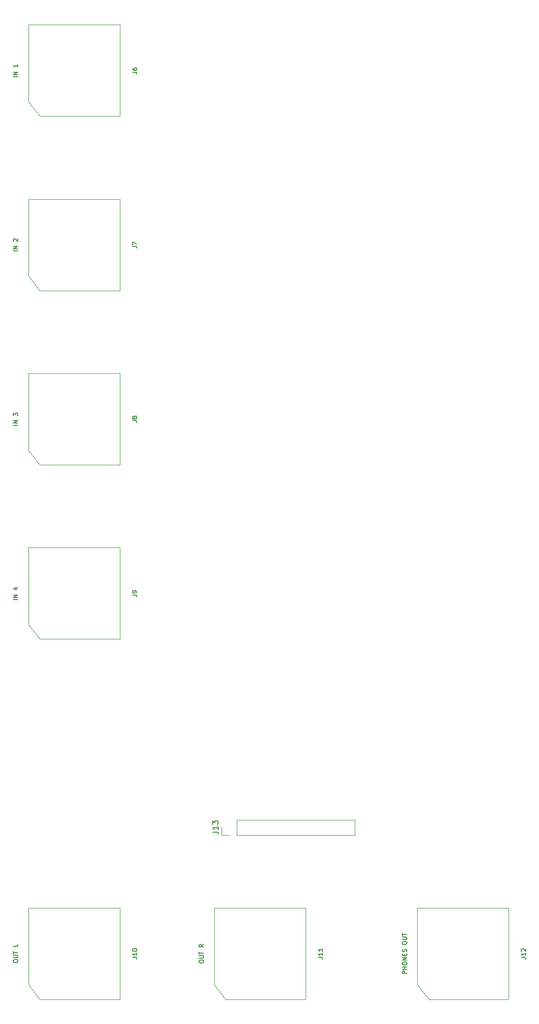
<source format=gbr>
%TF.GenerationSoftware,KiCad,Pcbnew,5.1.6-c6e7f7d~87~ubuntu20.04.1*%
%TF.CreationDate,2020-10-18T20:27:54-04:00*%
%TF.ProjectId,stereoout,73746572-656f-46f7-9574-2e6b69636164,rev?*%
%TF.SameCoordinates,Original*%
%TF.FileFunction,Legend,Top*%
%TF.FilePolarity,Positive*%
%FSLAX46Y46*%
G04 Gerber Fmt 4.6, Leading zero omitted, Abs format (unit mm)*
G04 Created by KiCad (PCBNEW 5.1.6-c6e7f7d~87~ubuntu20.04.1) date 2020-10-18 20:27:54*
%MOMM*%
%LPD*%
G01*
G04 APERTURE LIST*
%ADD10C,0.120000*%
%ADD11C,0.150000*%
G04 APERTURE END LIST*
D10*
%TO.C,J6*%
X159150000Y-33850000D02*
X157150000Y-31350000D01*
X157150000Y-18100000D02*
X172900000Y-18100000D01*
X172900000Y-18100000D02*
X172900000Y-33850000D01*
X159200000Y-33850000D02*
X159150000Y-33850000D01*
X172900000Y-33850000D02*
X159200000Y-33850000D01*
X157150000Y-31350000D02*
X157150000Y-18100000D01*
%TO.C,J13*%
X190440000Y-157590000D02*
X190440000Y-156260000D01*
X191770000Y-157590000D02*
X190440000Y-157590000D01*
X193040000Y-157590000D02*
X193040000Y-154930000D01*
X193040000Y-154930000D02*
X213420000Y-154930000D01*
X193040000Y-157590000D02*
X213420000Y-157590000D01*
X213420000Y-157590000D02*
X213420000Y-154930000D01*
%TO.C,J7*%
X159150000Y-63850000D02*
X157150000Y-61350000D01*
X157150000Y-48100000D02*
X172900000Y-48100000D01*
X172900000Y-48100000D02*
X172900000Y-63850000D01*
X159200000Y-63850000D02*
X159150000Y-63850000D01*
X172900000Y-63850000D02*
X159200000Y-63850000D01*
X157150000Y-61350000D02*
X157150000Y-48100000D01*
%TO.C,J12*%
X226150000Y-185850000D02*
X224150000Y-183350000D01*
X224150000Y-170100000D02*
X239900000Y-170100000D01*
X239900000Y-170100000D02*
X239900000Y-185850000D01*
X226200000Y-185850000D02*
X226150000Y-185850000D01*
X239900000Y-185850000D02*
X226200000Y-185850000D01*
X224150000Y-183350000D02*
X224150000Y-170100000D01*
%TO.C,J11*%
X191150000Y-185850000D02*
X189150000Y-183350000D01*
X189150000Y-170100000D02*
X204900000Y-170100000D01*
X204900000Y-170100000D02*
X204900000Y-185850000D01*
X191200000Y-185850000D02*
X191150000Y-185850000D01*
X204900000Y-185850000D02*
X191200000Y-185850000D01*
X189150000Y-183350000D02*
X189150000Y-170100000D01*
%TO.C,J9*%
X159150000Y-123850000D02*
X157150000Y-121350000D01*
X157150000Y-108100000D02*
X172900000Y-108100000D01*
X172900000Y-108100000D02*
X172900000Y-123850000D01*
X159200000Y-123850000D02*
X159150000Y-123850000D01*
X172900000Y-123850000D02*
X159200000Y-123850000D01*
X157150000Y-121350000D02*
X157150000Y-108100000D01*
%TO.C,J8*%
X159150000Y-93850000D02*
X157150000Y-91350000D01*
X157150000Y-78100000D02*
X172900000Y-78100000D01*
X172900000Y-78100000D02*
X172900000Y-93850000D01*
X159200000Y-93850000D02*
X159150000Y-93850000D01*
X172900000Y-93850000D02*
X159200000Y-93850000D01*
X157150000Y-91350000D02*
X157150000Y-78100000D01*
%TO.C,J10*%
X159150000Y-185850000D02*
X157150000Y-183350000D01*
X157150000Y-170100000D02*
X172900000Y-170100000D01*
X172900000Y-170100000D02*
X172900000Y-185850000D01*
X159200000Y-185850000D02*
X159150000Y-185850000D01*
X172900000Y-185850000D02*
X159200000Y-185850000D01*
X157150000Y-183350000D02*
X157150000Y-170100000D01*
%TO.C,J6*%
D11*
X175089285Y-26250000D02*
X175625000Y-26250000D01*
X175732142Y-26285714D01*
X175803571Y-26357142D01*
X175839285Y-26464285D01*
X175839285Y-26535714D01*
X175089285Y-25571428D02*
X175089285Y-25714285D01*
X175125000Y-25785714D01*
X175160714Y-25821428D01*
X175267857Y-25892857D01*
X175410714Y-25928571D01*
X175696428Y-25928571D01*
X175767857Y-25892857D01*
X175803571Y-25857142D01*
X175839285Y-25785714D01*
X175839285Y-25642857D01*
X175803571Y-25571428D01*
X175767857Y-25535714D01*
X175696428Y-25500000D01*
X175517857Y-25500000D01*
X175446428Y-25535714D01*
X175410714Y-25571428D01*
X175375000Y-25642857D01*
X175375000Y-25785714D01*
X175410714Y-25857142D01*
X175446428Y-25892857D01*
X175517857Y-25928571D01*
X155339285Y-27035714D02*
X154589285Y-27035714D01*
X155339285Y-26678571D02*
X154589285Y-26678571D01*
X155339285Y-26250000D01*
X154589285Y-26250000D01*
X155339285Y-24928571D02*
X155339285Y-25357142D01*
X155339285Y-25142857D02*
X154589285Y-25142857D01*
X154696428Y-25214285D01*
X154767857Y-25285714D01*
X154803571Y-25357142D01*
%TO.C,J13*%
X188892380Y-157069523D02*
X189606666Y-157069523D01*
X189749523Y-157117142D01*
X189844761Y-157212380D01*
X189892380Y-157355238D01*
X189892380Y-157450476D01*
X189892380Y-156069523D02*
X189892380Y-156640952D01*
X189892380Y-156355238D02*
X188892380Y-156355238D01*
X189035238Y-156450476D01*
X189130476Y-156545714D01*
X189178095Y-156640952D01*
X188892380Y-155736190D02*
X188892380Y-155117142D01*
X189273333Y-155450476D01*
X189273333Y-155307619D01*
X189320952Y-155212380D01*
X189368571Y-155164761D01*
X189463809Y-155117142D01*
X189701904Y-155117142D01*
X189797142Y-155164761D01*
X189844761Y-155212380D01*
X189892380Y-155307619D01*
X189892380Y-155593333D01*
X189844761Y-155688571D01*
X189797142Y-155736190D01*
%TO.C,J7*%
X175089285Y-56250000D02*
X175625000Y-56250000D01*
X175732142Y-56285714D01*
X175803571Y-56357142D01*
X175839285Y-56464285D01*
X175839285Y-56535714D01*
X175089285Y-55964285D02*
X175089285Y-55464285D01*
X175839285Y-55785714D01*
X155339285Y-57035714D02*
X154589285Y-57035714D01*
X155339285Y-56678571D02*
X154589285Y-56678571D01*
X155339285Y-56250000D01*
X154589285Y-56250000D01*
X154660714Y-55357142D02*
X154625000Y-55321428D01*
X154589285Y-55250000D01*
X154589285Y-55071428D01*
X154625000Y-55000000D01*
X154660714Y-54964285D01*
X154732142Y-54928571D01*
X154803571Y-54928571D01*
X154910714Y-54964285D01*
X155339285Y-55392857D01*
X155339285Y-54928571D01*
%TO.C,J12*%
X242089285Y-178607142D02*
X242625000Y-178607142D01*
X242732142Y-178642857D01*
X242803571Y-178714285D01*
X242839285Y-178821428D01*
X242839285Y-178892857D01*
X242839285Y-177857142D02*
X242839285Y-178285714D01*
X242839285Y-178071428D02*
X242089285Y-178071428D01*
X242196428Y-178142857D01*
X242267857Y-178214285D01*
X242303571Y-178285714D01*
X242160714Y-177571428D02*
X242125000Y-177535714D01*
X242089285Y-177464285D01*
X242089285Y-177285714D01*
X242125000Y-177214285D01*
X242160714Y-177178571D01*
X242232142Y-177142857D01*
X242303571Y-177142857D01*
X242410714Y-177178571D01*
X242839285Y-177607142D01*
X242839285Y-177142857D01*
X222339285Y-181428571D02*
X221589285Y-181428571D01*
X221589285Y-181142857D01*
X221625000Y-181071428D01*
X221660714Y-181035714D01*
X221732142Y-181000000D01*
X221839285Y-181000000D01*
X221910714Y-181035714D01*
X221946428Y-181071428D01*
X221982142Y-181142857D01*
X221982142Y-181428571D01*
X222339285Y-180678571D02*
X221589285Y-180678571D01*
X221946428Y-180678571D02*
X221946428Y-180250000D01*
X222339285Y-180250000D02*
X221589285Y-180250000D01*
X221589285Y-179750000D02*
X221589285Y-179607142D01*
X221625000Y-179535714D01*
X221696428Y-179464285D01*
X221839285Y-179428571D01*
X222089285Y-179428571D01*
X222232142Y-179464285D01*
X222303571Y-179535714D01*
X222339285Y-179607142D01*
X222339285Y-179750000D01*
X222303571Y-179821428D01*
X222232142Y-179892857D01*
X222089285Y-179928571D01*
X221839285Y-179928571D01*
X221696428Y-179892857D01*
X221625000Y-179821428D01*
X221589285Y-179750000D01*
X222339285Y-179107142D02*
X221589285Y-179107142D01*
X222339285Y-178678571D01*
X221589285Y-178678571D01*
X221946428Y-178321428D02*
X221946428Y-178071428D01*
X222339285Y-177964285D02*
X222339285Y-178321428D01*
X221589285Y-178321428D01*
X221589285Y-177964285D01*
X222303571Y-177678571D02*
X222339285Y-177571428D01*
X222339285Y-177392857D01*
X222303571Y-177321428D01*
X222267857Y-177285714D01*
X222196428Y-177250000D01*
X222125000Y-177250000D01*
X222053571Y-177285714D01*
X222017857Y-177321428D01*
X221982142Y-177392857D01*
X221946428Y-177535714D01*
X221910714Y-177607142D01*
X221875000Y-177642857D01*
X221803571Y-177678571D01*
X221732142Y-177678571D01*
X221660714Y-177642857D01*
X221625000Y-177607142D01*
X221589285Y-177535714D01*
X221589285Y-177357142D01*
X221625000Y-177250000D01*
X221589285Y-176214285D02*
X221589285Y-176071428D01*
X221625000Y-176000000D01*
X221696428Y-175928571D01*
X221839285Y-175892857D01*
X222089285Y-175892857D01*
X222232142Y-175928571D01*
X222303571Y-176000000D01*
X222339285Y-176071428D01*
X222339285Y-176214285D01*
X222303571Y-176285714D01*
X222232142Y-176357142D01*
X222089285Y-176392857D01*
X221839285Y-176392857D01*
X221696428Y-176357142D01*
X221625000Y-176285714D01*
X221589285Y-176214285D01*
X221589285Y-175571428D02*
X222196428Y-175571428D01*
X222267857Y-175535714D01*
X222303571Y-175500000D01*
X222339285Y-175428571D01*
X222339285Y-175285714D01*
X222303571Y-175214285D01*
X222267857Y-175178571D01*
X222196428Y-175142857D01*
X221589285Y-175142857D01*
X221589285Y-174892857D02*
X221589285Y-174464285D01*
X222339285Y-174678571D02*
X221589285Y-174678571D01*
%TO.C,J11*%
X207089285Y-178607142D02*
X207625000Y-178607142D01*
X207732142Y-178642857D01*
X207803571Y-178714285D01*
X207839285Y-178821428D01*
X207839285Y-178892857D01*
X207839285Y-177857142D02*
X207839285Y-178285714D01*
X207839285Y-178071428D02*
X207089285Y-178071428D01*
X207196428Y-178142857D01*
X207267857Y-178214285D01*
X207303571Y-178285714D01*
X207839285Y-177142857D02*
X207839285Y-177571428D01*
X207839285Y-177357142D02*
X207089285Y-177357142D01*
X207196428Y-177428571D01*
X207267857Y-177500000D01*
X207303571Y-177571428D01*
X186589285Y-179410714D02*
X186589285Y-179267857D01*
X186625000Y-179196428D01*
X186696428Y-179125000D01*
X186839285Y-179089285D01*
X187089285Y-179089285D01*
X187232142Y-179125000D01*
X187303571Y-179196428D01*
X187339285Y-179267857D01*
X187339285Y-179410714D01*
X187303571Y-179482142D01*
X187232142Y-179553571D01*
X187089285Y-179589285D01*
X186839285Y-179589285D01*
X186696428Y-179553571D01*
X186625000Y-179482142D01*
X186589285Y-179410714D01*
X186589285Y-178767857D02*
X187196428Y-178767857D01*
X187267857Y-178732142D01*
X187303571Y-178696428D01*
X187339285Y-178625000D01*
X187339285Y-178482142D01*
X187303571Y-178410714D01*
X187267857Y-178375000D01*
X187196428Y-178339285D01*
X186589285Y-178339285D01*
X186589285Y-178089285D02*
X186589285Y-177660714D01*
X187339285Y-177875000D02*
X186589285Y-177875000D01*
X187339285Y-176410714D02*
X186982142Y-176660714D01*
X187339285Y-176839285D02*
X186589285Y-176839285D01*
X186589285Y-176553571D01*
X186625000Y-176482142D01*
X186660714Y-176446428D01*
X186732142Y-176410714D01*
X186839285Y-176410714D01*
X186910714Y-176446428D01*
X186946428Y-176482142D01*
X186982142Y-176553571D01*
X186982142Y-176839285D01*
%TO.C,J9*%
X175089285Y-116250000D02*
X175625000Y-116250000D01*
X175732142Y-116285714D01*
X175803571Y-116357142D01*
X175839285Y-116464285D01*
X175839285Y-116535714D01*
X175839285Y-115857142D02*
X175839285Y-115714285D01*
X175803571Y-115642857D01*
X175767857Y-115607142D01*
X175660714Y-115535714D01*
X175517857Y-115500000D01*
X175232142Y-115500000D01*
X175160714Y-115535714D01*
X175125000Y-115571428D01*
X175089285Y-115642857D01*
X175089285Y-115785714D01*
X175125000Y-115857142D01*
X175160714Y-115892857D01*
X175232142Y-115928571D01*
X175410714Y-115928571D01*
X175482142Y-115892857D01*
X175517857Y-115857142D01*
X175553571Y-115785714D01*
X175553571Y-115642857D01*
X175517857Y-115571428D01*
X175482142Y-115535714D01*
X175410714Y-115500000D01*
X155339285Y-117035714D02*
X154589285Y-117035714D01*
X155339285Y-116678571D02*
X154589285Y-116678571D01*
X155339285Y-116250000D01*
X154589285Y-116250000D01*
X154839285Y-115000000D02*
X155339285Y-115000000D01*
X154553571Y-115178571D02*
X155089285Y-115357142D01*
X155089285Y-114892857D01*
%TO.C,J8*%
X175089285Y-86250000D02*
X175625000Y-86250000D01*
X175732142Y-86285714D01*
X175803571Y-86357142D01*
X175839285Y-86464285D01*
X175839285Y-86535714D01*
X175410714Y-85785714D02*
X175375000Y-85857142D01*
X175339285Y-85892857D01*
X175267857Y-85928571D01*
X175232142Y-85928571D01*
X175160714Y-85892857D01*
X175125000Y-85857142D01*
X175089285Y-85785714D01*
X175089285Y-85642857D01*
X175125000Y-85571428D01*
X175160714Y-85535714D01*
X175232142Y-85500000D01*
X175267857Y-85500000D01*
X175339285Y-85535714D01*
X175375000Y-85571428D01*
X175410714Y-85642857D01*
X175410714Y-85785714D01*
X175446428Y-85857142D01*
X175482142Y-85892857D01*
X175553571Y-85928571D01*
X175696428Y-85928571D01*
X175767857Y-85892857D01*
X175803571Y-85857142D01*
X175839285Y-85785714D01*
X175839285Y-85642857D01*
X175803571Y-85571428D01*
X175767857Y-85535714D01*
X175696428Y-85500000D01*
X175553571Y-85500000D01*
X175482142Y-85535714D01*
X175446428Y-85571428D01*
X175410714Y-85642857D01*
X155339285Y-87035714D02*
X154589285Y-87035714D01*
X155339285Y-86678571D02*
X154589285Y-86678571D01*
X155339285Y-86250000D01*
X154589285Y-86250000D01*
X154589285Y-85392857D02*
X154589285Y-84928571D01*
X154875000Y-85178571D01*
X154875000Y-85071428D01*
X154910714Y-85000000D01*
X154946428Y-84964285D01*
X155017857Y-84928571D01*
X155196428Y-84928571D01*
X155267857Y-84964285D01*
X155303571Y-85000000D01*
X155339285Y-85071428D01*
X155339285Y-85285714D01*
X155303571Y-85357142D01*
X155267857Y-85392857D01*
%TO.C,J10*%
X175089285Y-178607142D02*
X175625000Y-178607142D01*
X175732142Y-178642857D01*
X175803571Y-178714285D01*
X175839285Y-178821428D01*
X175839285Y-178892857D01*
X175839285Y-177857142D02*
X175839285Y-178285714D01*
X175839285Y-178071428D02*
X175089285Y-178071428D01*
X175196428Y-178142857D01*
X175267857Y-178214285D01*
X175303571Y-178285714D01*
X175089285Y-177392857D02*
X175089285Y-177321428D01*
X175125000Y-177250000D01*
X175160714Y-177214285D01*
X175232142Y-177178571D01*
X175375000Y-177142857D01*
X175553571Y-177142857D01*
X175696428Y-177178571D01*
X175767857Y-177214285D01*
X175803571Y-177250000D01*
X175839285Y-177321428D01*
X175839285Y-177392857D01*
X175803571Y-177464285D01*
X175767857Y-177500000D01*
X175696428Y-177535714D01*
X175553571Y-177571428D01*
X175375000Y-177571428D01*
X175232142Y-177535714D01*
X175160714Y-177500000D01*
X175125000Y-177464285D01*
X175089285Y-177392857D01*
X154589285Y-179339285D02*
X154589285Y-179196428D01*
X154625000Y-179125000D01*
X154696428Y-179053571D01*
X154839285Y-179017857D01*
X155089285Y-179017857D01*
X155232142Y-179053571D01*
X155303571Y-179125000D01*
X155339285Y-179196428D01*
X155339285Y-179339285D01*
X155303571Y-179410714D01*
X155232142Y-179482142D01*
X155089285Y-179517857D01*
X154839285Y-179517857D01*
X154696428Y-179482142D01*
X154625000Y-179410714D01*
X154589285Y-179339285D01*
X154589285Y-178696428D02*
X155196428Y-178696428D01*
X155267857Y-178660714D01*
X155303571Y-178625000D01*
X155339285Y-178553571D01*
X155339285Y-178410714D01*
X155303571Y-178339285D01*
X155267857Y-178303571D01*
X155196428Y-178267857D01*
X154589285Y-178267857D01*
X154589285Y-178017857D02*
X154589285Y-177589285D01*
X155339285Y-177803571D02*
X154589285Y-177803571D01*
X155339285Y-176410714D02*
X155339285Y-176767857D01*
X154589285Y-176767857D01*
%TD*%
M02*

</source>
